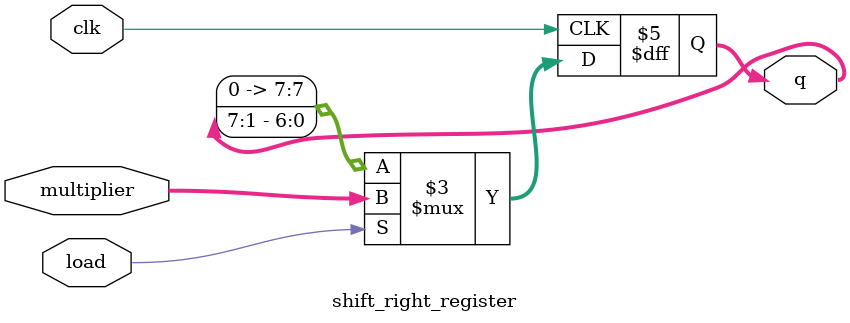
<source format=v>
/* when the load input is asserted, the module loads the multiplicand value into the register q.
Otherwise, it performs a right shift on the value stored in q, 
effectively shifting it one bit to the right and filling the leftmost bit with zero. 
The result is stored back in q on each positive edge of the clock.*/

module shift_right_register(
  input [7:0] multiplier,
  input load,
  input clk,
  output reg [7:0] q
  );

always @(posedge clk)
  begin 
  if(load)
    q <= multiplier;
  else begin
    q <= {1'b0,q[7:1]};
  end 
end
endmodule
</source>
